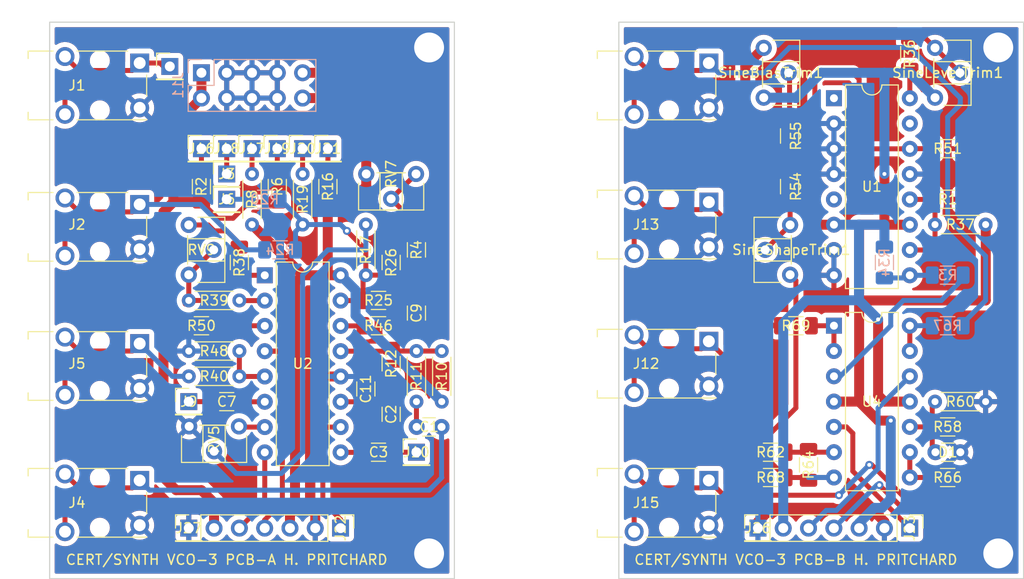
<source format=kicad_pcb>
(kicad_pcb (version 20211014) (generator pcbnew)
  (layers (0 "F.Cu" signal) (31 "B.Cu" signal) (34 "B.Paste" user) (35 "F.Paste" user) (36 "B.SilkS" user "B.Silkscreen") (37 "F.SilkS" user "F.Silkscreen") (38 "B.Mask" user) (39 "F.Mask" user) (44 "Edge.Cuts" user))
  (net 0 "")
  (net 1 "Net-(C1-Pad1)")
  (net 2 "Net-(C1-Pad2)")
  (net 3 "GND")
  (net 4 "Net-(C2-Pad2)")
  (net 5 "Net-(C3-Pad1)")
  (net 6 "Net-(C3-Pad2)")
  (net 7 "Net-(C7-Pad1)")
  (net 8 "Net-(C7-Pad2)")
  (net 9 "Net-(C9-Pad1)")
  (net 10 "Net-(C11-Pad2)")
  (net 11 "Net-(D1-Pad2)")
  (net 12 "Net-(R24-Pad2)")
  (net 13 "Net-(J3-Pad1)")
  (net 14 "Net-(R40-Pad1)")
  (net 15 "Net-(R20-Pad1)")
  (net 16 "-15V")
  (net 17 "+15V")
  (net 18 "Net-(R68-Pad2)")
  (net 19 "Net-(R69-Pad2)")
  (net 20 "Net-(R67-Pad2)")
  (net 21 "Net-(R66-Pad2)")
  (net 22 "Net-(R2-Pad2)")
  (net 23 "Net-(R8-Pad1)")
  (net 24 "Net-(R6-Pad2)")
  (net 25 "Net-(R19-Pad1)")
  (net 26 "Net-(R16-Pad1)")
  (net 27 "Net-(U1-Pad12)")
  (net 28 "Net-(R34-Pad2)")
  (net 29 "Net-(U4-Pad3)")
  (net 30 "Net-(RV7-Pad1)")
  (net 31 "Net-(R26-Pad1)")
  (net 32 "Net-(R10-Pad2)")
  (net 33 "Net-(R17-Pad1)")
  (net 34 "Net-(R17-Pad2)")
  (net 35 "Net-(R36-Pad1)")
  (net 36 "Net-(R36-Pad2)")
  (net 37 "Net-(R38-Pad1)")
  (net 38 "Net-(R38-Pad2)")
  (net 39 "Net-(R39-Pad1)")
  (net 40 "Net-(R39-Pad2)")
  (net 41 "Net-(R40-Pad2)")
  (net 42 "Net-(R46-Pad1)")
  (net 43 "Net-(R51-Pad2)")
  (net 44 "Net-(R54-Pad2)")
  (net 45 "Net-(R55-Pad2)")
  (net 46 "Net-(R58-Pad1)")
  (net 47 "Net-(R62-Pad2)")
  (net 48 "Net-(R64-Pad2)")
  (net 49 "Net-(R66-Pad1)")
  (net 50 "Net-(R67-Pad1)")
  (net 51 "Net-(R69-Pad1)")
  (net 52 "Net-(RV5-Pad1)")
  (net 56 "Net-(U4-Pad12)")
  (net 57 "Net-(U4-Pad5)")
  (net 58 "Net-(J22-Pad1)")
  (net 59 "Net-(J22-Pad4)")
  (net 60 "Net-(J22-Pad5)")
  (net 61 "Net-(J1-PadR)")
  (footprint "Potentiometer_THT:Potentiometer_ACP_CA6-H2,5_Horizontal" (layer "F.Cu") (at 109.91 126.96 180)
    (fp_text reference "SineShapeTrim1")
    (fp_text value "100k Pot")
  )
  (footprint "Resistor_THT:R_Axial_DIN0204_L3.6mm_D1.6mm_P5.08mm_Horizontal" (layer "F.Cu") (at 49.53 137.16)
    (fp_text reference "R40")
    (fp_text value "47k")
  )
  (footprint "Potentiometer_THT:Potentiometer_ACP_CA6-H2,5_Horizontal" (layer "F.Cu") (at 54.57 142.185 -90)
    (fp_text reference "RV5")
    (fp_text value "20k Pot")
  )
  (footprint "Resistor_SMD:R_1206_3216Metric_Pad1.30x1.75mm_HandSolder" (layer "F.Cu") (at 50.8 118.11 90)
    (fp_text reference "R2")
    (fp_text value "10k")
  )
  (footprint "Connector_PinHeader_2.54mm:PinHeader_1x01_P2.54mm_Vertical" (layer "F.Cu") (at 63.5 114.3)
    (fp_text reference "J21")
    (fp_text value "Conn_01x01_Male")
  )
  (footprint "Connector_PinHeader_2.54mm:PinHeader_1x01_P2.54mm_Vertical" (layer "F.Cu") (at 106.68 152.4)
    (fp_text reference "J26")
    (fp_text value "Conn_01x01_Male")
  )
  (footprint "Connector_PinHeader_2.54mm:PinHeader_1x01_P2.54mm_Vertical" (layer "F.Cu") (at 53.34 114.3)
    (fp_text reference "J18")
    (fp_text value "Conn_01x01_Male")
  )
  (footprint "Resistor_SMD:R_1206_3216Metric_Pad1.30x1.75mm_HandSolder" (layer "F.Cu") (at 111.76 146.05 -90)
    (fp_text reference "R64")
    (fp_text value "100k")
  )
  (footprint "Connector_PinHeader_2.54mm:PinHeader_1x01_P2.54mm_Vertical" (layer "F.Cu") (at 60.96 114.3)
    (fp_text reference "J20")
    (fp_text value "Conn_01x01_Male")
  )
  (footprint "Connector_Audio:Jack_3.5mm_Switronic_ST-005-G_horizontal" (layer "F.Cu") (at 95.25 135.89)
    (fp_text reference "J12")
    (fp_text value "TRI OUt")
  )
  (footprint "Connector_PinHeader_2.54mm:PinHeader_1x01_P2.54mm_Vertical" (layer "F.Cu") (at 50.8 114.3)
    (fp_text reference "J16")
    (fp_text value "Conn_01x01_Male")
  )
  (footprint "Package_DIP:DIP-14_W7.62mm" (layer "F.Cu") (at 114.31 132.075)
    (fp_text reference "U4")
    (fp_text value "LM324")
  )
  (footprint "Resistor_SMD:R_1206_3216Metric_Pad1.30x1.75mm_HandSolder" (layer "F.Cu") (at 68.58 132.08)
    (fp_text reference "R46")
    (fp_text value "1.8k")
  )
  (footprint "Connector_PinHeader_2.54mm:PinHeader_1x01_P2.54mm_Vertical" (layer "F.Cu") (at 58.42 114.3)
    (fp_text reference "J19")
    (fp_text value "Conn_01x01_Male")
  )
  (footprint "Capacitor_SMD:C_1206_3216Metric_Pad1.33x1.80mm_HandSolder" (layer "F.Cu") (at 53.34 139.7)
    (fp_text reference "C7")
    (fp_text value "1nf")
  )
  (footprint "Resistor_THT:R_Axial_DIN0204_L3.6mm_D1.6mm_P5.08mm_Horizontal" (layer "F.Cu") (at 124.46 139.7)
    (fp_text reference "R60")
    (fp_text value "47k")
  )
  (footprint "Capacitor_THT:C_Disc_D3.0mm_W1.6mm_P2.50mm" (layer "F.Cu") (at 127 144.78 180)
    (fp_text reference "D1")
    (fp_text value "DIODE")
  )
  (footprint "Resistor_THT:R_Axial_DIN0204_L3.6mm_D1.6mm_P5.08mm_Horizontal" (layer "F.Cu") (at 54.61 134.62 180)
    (fp_text reference "R48")
    (fp_text value "47k")
  )
  (footprint "Resistor_SMD:R_1206_3216Metric_Pad1.30x1.75mm_HandSolder" (layer "F.Cu") (at 125.73 147.32)
    (fp_text reference "R66")
    (fp_text value "1k")
  )
  (footprint "Resistor_SMD:R_1206_3216Metric_Pad1.30x1.75mm_HandSolder" (layer "F.Cu") (at 63.5 118.11 -90)
    (fp_text reference "R16")
    (fp_text value "100k")
  )
  (footprint "Connector_PinHeader_2.54mm:PinHeader_1x06_P2.54mm_Vertical" (layer "F.Cu") (at 121.92 152.4 -90)
    (fp_text reference "J23")
    (fp_text value "Conn_01x06_Male")
  )
  (footprint "Resistor_SMD:R_1206_3216Metric_Pad1.30x1.75mm_HandSolder" (layer "F.Cu") (at 72.39 124.46 -90)
    (fp_text reference "R4")
    (fp_text value "100k")
  )
  (footprint "Resistor_SMD:R_1206_3216Metric_Pad1.30x1.75mm_HandSolder" (layer "F.Cu") (at 109.855 113.03 90)
    (fp_text reference "R55")
    (fp_text value "470k")
  )
  (footprint "Resistor_SMD:R_1206_3216Metric_Pad1.30x1.75mm_HandSolder" (layer "F.Cu") (at 109.855 118.11 -90)
    (fp_text reference "R54")
    (fp_text value "20k")
  )
  (footprint "Capacitor_SMD:C_1206_3216Metric_Pad1.33x1.80mm_HandSolder" (layer "F.Cu") (at 69.85 140.97 90)
    (fp_text reference "C2")
    (fp_text value "10nf")
  )
  (footprint "Connector_Audio:Jack_3.5mm_Switronic_ST-005-G_horizontal" (layer "F.Cu") (at 38.1 149.86)
    (fp_text reference "J4")
    (fp_text value "LinearFmINput")
  )
  (footprint "Resistor_SMD:R_1206_3216Metric_Pad1.30x1.75mm_HandSolder" (layer "F.Cu") (at 125.73 119.38 180)
    (fp_text reference "R1")
    (fp_text value "130k")
  )
  (footprint "Connector_Audio:Jack_3.5mm_Switronic_ST-005-G_horizontal" (layer "F.Cu") (at 38.1 107.95)
    (fp_text reference "J1")
    (fp_text value "Sync INput")
  )
  (footprint "Connector_PinHeader_2.54mm:PinHeader_1x01_P2.54mm_Vertical" (layer "F.Cu") (at 72.39 144.78)
    (fp_text reference "J10")
    (fp_text value "Conn_01x01_Male")
  )
  (footprint "Capacitor_SMD:C_1206_3216Metric_Pad1.33x1.80mm_HandSolder" (layer "F.Cu") (at 72.39 130.81 -90)
    (fp_text reference "C9")
    (fp_text value "10nf")
  )
  (footprint "Capacitor_SMD:C_1206_3216Metric_Pad1.33x1.80mm_HandSolder" (layer "F.Cu") (at 67.31 138.43 -90)
    (fp_text reference "C11")
    (fp_text value "1nf")
  )
  (footprint "Resistor_SMD:R_1206_3216Metric_Pad1.30x1.75mm_HandSolder" (layer "F.Cu") (at 69.85 125.73 -90)
    (fp_text reference "R26")
    (fp_text value "100k")
  )
  (footprint "Connector_PinHeader_2.54mm:PinHeader_1x01_P2.54mm_Vertical" (layer "F.Cu") (at 49.53 139.7)
    (fp_text reference "J9")
    (fp_text value "Conn_01x01_Male")
  )
  (footprint "Resistor_THT:R_Axial_DIN0204_L3.6mm_D1.6mm_P5.08mm_Horizontal" (layer "F.Cu") (at 60.96 116.84 -90)
    (fp_text reference "R19")
    (fp_text value "1M")
  )
  (footprint "Connector_PinHeader_2.54mm:PinHeader_1x01_P2.54mm_Vertical" (layer "F.Cu") (at 47.625 106.045)
    (fp_text reference "J25" hide)
    (fp_text value "Conn_01x01_Male")
  )
  (footprint "Resistor_SMD:R_1206_3216Metric_Pad1.30x1.75mm_HandSolder" (layer "F.Cu") (at 69.85 135.89 -90)
    (fp_text reference "R12")
    (fp_text value "470")
  )
  (footprint "Connector_PinHeader_2.54mm:PinHeader_1x01_P2.54mm_Vertical" (layer "F.Cu") (at 53.34 116.84)
    (fp_text reference "J3")
    (fp_text value "Conn_01x01_Male")
  )
  (footprint "Resistor_SMD:R_1206_3216Metric_Pad1.30x1.75mm_HandSolder" (layer "F.Cu") (at 107.95 144.78)
    (fp_text reference "R62")
    (fp_text value "100k")
  )
  (footprint "Potentiometer_THT:Potentiometer_ACP_CA6-H2,5_Horizontal" (layer "F.Cu") (at 72.35 116.84 -90)
    (fp_text reference "RV7")
    (fp_text value "100k TrimPot")
  )
  (footprint "Package_DIP:DIP-16_W7.62mm" (layer "F.Cu") (at 114.31 109.235)
    (fp_text reference "U1")
    (fp_text value "LM13700")
  )
  (footprint "Connector_PinHeader_2.54mm:PinHeader_1x06_P2.54mm_Vertical" (layer "F.Cu") (at 64.77 152.4 -90)
    (fp_text reference "J22")
    (fp_text value "Conn_01x06_Female")
  )
  (footprint "Resistor_THT:R_Axial_DIN0204_L3.6mm_D1.6mm_P5.08mm_Horizontal" (layer "F.Cu") (at 67.31 127 90)
    (fp_text reference "R17")
    (fp_text value "1M")
  )
  (footprint "Potentiometer_THT:Potentiometer_ACP_CA6-H2,5_Horizontal" (layer "F.Cu") (at 107.26 104.18)
    (fp_text reference "SineBiasTrim1")
    (fp_text value "100k Pot")
  )
  (footprint "Resistor_SMD:R_1206_3216Metric_Pad1.30x1.75mm_HandSolder" (layer "F.Cu") (at 110.49 132.08 180)
    (fp_text reference "R69")
    (fp_text value "1k")
  )
  (footprint "Connector_Audio:Jack_3.5mm_Switronic_ST-005-G_horizontal" (layer "F.Cu") (at 95.25 121.92)
    (fp_text reference "J13")
    (fp_text value "SIN OUT")
  )
  (footprint "Connector_Audio:Jack_3.5mm_Switronic_ST-005-G_horizontal" (layer "F.Cu") (at 95.25 107.95)
    (fp_text reference "J14" hide)
    (fp_text value "SAW OUt")
  )
  (footprint "Resistor_SMD:R_1206_3216Metric_Pad1.30x1.75mm_HandSolder" (layer "F.Cu") (at 107.95 147.32 180)
    (fp_text reference "R68")
    (fp_text value "1k")
  )
  (footprint "Connector_PinHeader_2.54mm:PinHeader_1x01_P2.54mm_Vertical" (layer "F.Cu") (at 49.53 152.4)
    (fp_text reference "J27")
    (fp_text value "Conn_01x01_Male")
  )
  (footprint "Resistor_THT:R_Axial_DIN0204_L3.6mm_D1.6mm_P5.08mm_Horizontal" (layer "F.Cu") (at 55.88 116.84 -90)
    (fp_text reference "R8")
    (fp_text value "47k")
  )
  (footprint "Capacitor_THT:C_Disc_D3.0mm_W1.6mm_P2.50mm" (layer "F.Cu") (at 72.41 142.24)
    (fp_text reference "C1")
    (fp_text value "100nf")
  )
  (footprint "Resistor_SMD:R_1206_3216Metric_Pad1.30x1.75mm_HandSolder" (layer "F.Cu") (at 50.8 132.08 180)
    (fp_text reference "R50")
    (fp_text value "910")
  )
  (footprint "Resistor_THT:R_Axial_DIN0204_L3.6mm_D1.6mm_P5.08mm_Horizontal" (layer "F.Cu") (at 74.93 139.7 90)
    (fp_text reference "R10")
    (fp_text value "1.5M")
  )
  (footprint "Resistor_THT:R_Axial_DIN0204_L3.6mm_D1.6mm_P5.08mm_Horizontal" (layer "F.Cu") (at 129.54 121.92 180)
    (fp_text reference "R37")
    (fp_text value "1M")
  )
  (footprint "Connector_Audio:Jack_3.5mm_Switronic_ST-005-G_horizontal" (layer "F.Cu") (at 38.1 122.150479)
    (fp_text reference "J2")
    (fp_text value "CV1")
  )
  (footprint "Resistor_SMD:R_1206_3216Metric_Pad1.30x1.75mm_HandSolder" (layer "F.Cu") (at 125.73 142.24 180)
    (fp_text reference "R58")
    (fp_text value "2k")
  )
  (footprint "Potentiometer_THT:Potentiometer_ACP_CA6-H2,5_Horizontal" (layer "F.Cu") (at 49.53 121.96)
    (fp_text reference "RV9")
    (fp_text value "10k Pot")
  )
  (footprint "Connector_PinHeader_2.54mm:PinHeader_1x01_P2.54mm_Vertical" (layer "F.Cu") (at 55.88 114.3)
    (fp_text reference "J17")
    (fp_text value "Conn_01x01_Male")
  )
  (footprint "Resistor_SMD:R_1206_3216Metric_Pad1.30x1.75mm_HandSolder" (layer "F.Cu") (at 68.58 129.54 180)
    (fp_text reference "R25")
    (fp_text value "470")
  )
  (footprint "Package_DIP:DIP-16_W7.62mm" (layer "F.Cu") (at 57.16 127.015)
    (fp_text reference "U2")
    (fp_text value "AS3340")
  )
  (footprint "Resistor_THT:R_Axial_DIN0204_L3.6mm_D1.6mm_P5.08mm_Horizontal" (layer "F.Cu") (at 72.39 139.7 90)
    (fp_text reference "R11")
    (fp_text value "1M")
  )
  (footprint "Connector_Audio:Jack_3.5mm_Switronic_ST-005-G_horizontal" (layer "F.Cu") (at 95.25 149.86)
    (fp_text reference "J15")
    (fp_text value "SQR OUT")
  )
  (footprint "Resistor_SMD:R_1206_3216Metric_Pad1.30x1.75mm_HandSolder" (layer "F.Cu") (at 125.73 114.3 180)
    (fp_text reference "R51")
    (fp_text value "1k")
  )
  (footprint "Connector_PinHeader_2.54mm:PinHeader_1x01_P2.54mm_Vertical" (layer "F.Cu") (at 53.34 119.38)
    (fp_text reference "J6")
    (fp_text value "Conn_01x01_Male")
  )
  (footprint "Capacitor_SMD:C_1206_3216Metric_Pad1.33x1.80mm_HandSolder" (layer "F.Cu") (at 68.58 144.78 180)
    (fp_text reference "C3")
    (fp_text value "1nf")
  )
  (footprint "Resistor_SMD:R_1206_3216Metric_Pad1.30x1.75mm_HandSolder" (layer "F.Cu") (at 54.61 125.73 -90)
    (fp_text reference "R38")
    (fp_text value "24k")
  )
  (footprint "Connector_Audio:Jack_3.5mm_Switronic_ST-005-G_horizontal" (layer "F.Cu") (at 38.1 136.120479)
    (fp_text reference "J5")
    (fp_text value "PWM INput")
  )
  (footprint "Potentiometer_THT:Potentiometer_ACP_CA6-H2,5_Horizontal" (layer "F.Cu") (at 124.46 104.18)
    (fp_text reference "SineLevelTrim1")
    (fp_text value "1M Pot")
  )
  (footprint "Resistor_SMD:R_1206_3216Metric_Pad1.30x1.75mm_HandSolder" (layer "F.Cu") (at 58.42 118.11 90)
    (fp_text reference "R6")
    (fp_text value "100k")
  )
  (footprint "Resistor_THT:R_Axial_DIN0204_L3.6mm_D1.6mm_P5.08mm_Horizontal" (layer "F.Cu") (at 49.53 129.54)
    (fp_text reference "R39")
    (fp_text value "5.6k")
  )
  (footprint "Resistor_SMD:R_1206_3216Metric_Pad1.30x1.75mm_HandSolder" (layer "F.Cu") (at 121.92 104.775 -90)
    (fp_text reference "R36")
    (fp_text value "100k")
  )
  (footprint "Resistor_SMD:R_1206_3216Metric_Pad1.30x1.75mm_HandSolder" (layer "B.Cu") (at 125.73 127)
    (fp_text reference "R3")
    (fp_text value "1k")
  )
  (footprint "Resistor_SMD:R_1206_3216Metric_Pad1.30x1.75mm_HandSolder" (layer "B.Cu") (at 125.73 132.08)
    (fp_text reference "R67")
    (fp_text value "1k")
  )
  (footprint "Resistor_SMD:R_1206_3216Metric_Pad1.30x1.75mm_HandSolder" (layer "B.Cu") (at 57.15 119.38)
    (fp_text reference "R20")
    (fp_text value "100k")
  )
  (footprint "Resistor_SMD:R_1206_3216Metric_Pad1.30x1.75mm_HandSolder" (layer "B.Cu") (at 58.7 124.46 180)
    (fp_text reference "R24")
    (fp_text value "100k")
  )
  (footprint "Connector_PinHeader_2.54mm:PinHeader_2x05_P2.54mm_Vertical" (layer "B.Cu") (at 50.8 106.68 -90)
    (fp_text reference "J11")
    (fp_text value "Conn_02x05_Odd_Even")
  )
  (footprint "Resistor_SMD:R_1206_3216Metric_Pad1.30x1.75mm_HandSolder" (layer "B.Cu") (at 119.38 125.73 -90)
    (fp_text reference "R34")
    (fp_text value "4.7k")
  )
  (gr_rect (start 92.71 101.6) (end 133.35 157.48) (layer "Edge.Cuts") (width 0.1) (fill none))
  (gr_rect (start 35.56 101.6) (end 76.2 157.48) (layer "Edge.Cuts") (width 0.1) (fill none))
  (gr_rect (start 35.56 101.6) (end 76.2 157.48) (layer "Edge.Cuts") (width 0.1) (fill none))
  (gr_rect (start 92.71 101.6) (end 133.35 157.48) (layer "Edge.Cuts") (width 0.1) (fill none))
  (gr_text "CERT/SYNTH VCO-3 PCB-B H. PRITCHARD" (at 110.49 155.575) (layer "F.SilkS") (effects (font (size 1 1))))
  (gr_text "CERT/SYNTH VCO-3 PCB-A H. PRITCHARD" (at 53.34 155.575) (layer "F.SilkS") (effects (font (size 1 1))))
  (segment (start 72.39 139.7) (end 72.39 142.22) (width 0.5) (layer "F.Cu") (net 1))
  (segment (start 72.39 142.22) (end 72.41 142.24) (width 0.5) (layer "F.Cu") (net 1))
  (segment (start 43.850479 148.359521) (end 38.499521 148.359521) (width 0.5) (layer "F.Cu") (net 2))
  (segment (start 37.1 149.759042) (end 38.499521 148.359521) (width 0.5) (layer "F.Cu") (net 2))
  (segment (start 44.6 147.61) (end 43.850479 148.359521) (width 0.5) (layer "F.Cu") (net 2))
  (segment (start 37.1 152.76) (end 37.1 149.759042) (width 0.5) (layer "F.Cu") (net 2))
  (segment (start 38.499521 148.359521) (end 37.1 146.96) (width 0.5) (layer "F.Cu") (net 2))
  (segment (start 73.66 148.59) (end 45.58 148.59) (width 0.5) (layer "B.Cu") (net 2))
  (segment (start 45.58 148.59) (end 44.6 147.61) (width 0.5) (layer "B.Cu") (net 2))
  (segment (start 74.91 142.24) (end 74.91 147.3) (width 0.5) (layer "B.Cu") (net 2))
  (segment (start 74.93 147.32) (end 73.66 148.59) (width 0.5) (layer "B.Cu") (net 2))
  (segment (start 74.91 147.3) (end 74.93 147.32) (width 0.5) (layer "B.Cu") (net 2))
  (segment (start 119.38 151.765) (end 119.38 152.4) (width 1) (layer "F.Cu") (net 3))
  (segment (start 107.95 150.495) (end 118.11 150.495) (width 1) (layer "F.Cu") (net 3))
  (segment (start 106.68 151.765) (end 107.95 150.495) (width 1) (layer "F.Cu") (net 3))
  (segment (start 61.722 150.4696) (end 62.23 150.9776) (width 1) (layer "F.Cu") (net 3))
  (segment (start 62.23 137.16) (end 61.722 137.668) (width 1) (layer "F.Cu") (net 3))
  (segment (start 72.0975 132.08) (end 72.39 132.3725) (width 0.5) (layer "F.Cu") (net 3))
  (segment (start 118.11 150.495) (end 119.38 151.765) (width 1) (layer "F.Cu") (net 3))
  (segment (start 67.0025 137.175) (end 67.31 136.8675) (width 0.5) (layer "F.Cu") (net 3))
  (segment (start 64.78 137.175) (end 67.0025 137.175) (width 0.5) (layer "F.Cu") (net 3))
  (segment (start 62.23 150.9776) (end 62.23 152.4) (width 1) (layer "F.Cu") (net 3))
  (segment (start 70.13 132.08) (end 72.0975 132.08) (width 0.5) (layer "F.Cu") (net 3))
  (segment (start 62.245 137.175) (end 62.23 137.16) (width 1) (layer "F.Cu") (net 3))
  (segment (start 106.68 152.4) (end 106.68 151.765) (width 1) (layer "F.Cu") (net 3))
  (segment (start 64.78 137.175) (end 62.245 137.175) (width 1) (layer "F.Cu") (net 3))
  (segment (start 61.722 137.668) (end 61.722 150.4696) (width 1) (layer "F.Cu") (net 3))
  (via (at 130.81 154.94) (size 3) (drill 3) (layers "F.Cu" "B.Cu") (net 3))
  (via (at 73.66 154.94) (size 3) (drill 3) (layers "F.Cu" "B.Cu") (net 3))
  (via (at 73.66 104.14) (size 3) (drill 3) (layers "F.Cu" "B.Cu") (net 3))
  (via (at 130.81 104.14) (size 3) (drill 3) (layers "F.Cu" "B.Cu") (net 3))
  (segment (start 69.85 139.4075) (end 69.85 137.44) (width 0.5) (layer "F.Cu") (net 4))
  (segment (start 70.1425 144.78) (end 72.39 144.78) (width 0.5) (layer "F.Cu") (net 5))
  (segment (start 67.0025 144.795) (end 67.0175 144.78) (width 0.5) (layer "F.Cu") (net 6))
  (segment (start 64.78 144.795) (end 67.0025 144.795) (width 0.5) (layer "F.Cu") (net 6))
  (segment (start 51.7775 139.7) (end 49.53 139.7) (width 0.5) (layer "F.Cu") (net 7))
  (segment (start 57.16 139.715) (end 54.9175 139.715) (width 0.5) (layer "F.Cu") (net 8))
  (segment (start 54.9175 139.715) (end 54.9025 139.7) (width 0.5) (layer "F.Cu") (net 8))
  (segment (start 70.13 129.54) (end 72.0975 129.54) (width 0.5) (layer "F.Cu") (net 9))
  (segment (start 72.0975 129.54) (end 72.39 129.2475) (width 0.5) (layer "F.Cu") (net 9))
  (segment (start 64.78 139.715) (end 67.0325 139.715) (width 0.5) (layer "F.Cu") (net 10))
  (segment (start 67.0325 139.715) (end 67.31 139.9925) (width 0.5) (layer "F.Cu") (net 10))
  (segment (start 124.175 142.235) (end 124.18 142.24) (width 0.5) (layer "F.Cu") (net 11))
  (segment (start 124.18 144.46) (end 124.5 144.78) (width 0.5) (layer "F.Cu") (net 11))
  (segment (start 124.18 139.98) (end 124.46 139.7) (width 0.5) (layer "F.Cu") (net 11))
  (segment (start 121.93 142.235) (end 124.175 142.235) (width 0.5) (layer "F.Cu") (net 11))
  (segment (start 124.18 142.24) (end 124.18 144.46) (width 0.5) (layer "F.Cu") (net 11))
  (segment (start 124.18 142.24) (end 124.18 139.98) (width 0.5) (layer "F.Cu") (net 11))
  (segment (start 37.1 122.049521) (end 38.499521 120.65) (width 0.5) (layer "F.Cu") (net 12))
  (segment (start 37.1 125.050479) (end 37.1 122.049521) (width 0.5) (layer "F.Cu") (net 12))
  (segment (start 44.6 119.900479) (end 43.850479 120.65) (width 0.5) (layer "F.Cu") (net 12))
  (segment (start 43.850479 120.65) (end 38.499521 120.65) (width 0.5) (layer "F.Cu") (net 12))
  (segment (start 38.499521 120.65) (end 37.1 119.250479) (width 0.5) (layer "F.Cu") (net 12))
  (segment (start 44.6 119.900479) (end 50.685479 119.900479) (width 0.5) (layer "B.Cu") (net 12))
  (segment (start 55.245 124.46) (end 57.15 124.46) (width 0.5) (layer "B.Cu") (net 12))
  (segment (start 50.685479 119.900479) (end 55.245 124.46) (width 0.5) (layer "B.Cu") (net 12))
  (segment (start 53.34 116.84) (end 53.34 114.3) (width 0.5) (layer "F.Cu") (net 13))
  (segment (start 37.1 136.019521) (end 38.499521 134.62) (width 0.5) (layer "F.Cu") (net 14))
  (segment (start 43.850479 134.62) (end 38.499521 134.62) (width 0.5) (layer "F.Cu") (net 14))
  (segment (start 44.6 133.870479) (end 43.850479 134.62) (width 0.5) (layer "F.Cu") (net 14))
  (segment (start 38.499521 134.62) (end 37.1 133.220479) (width 0.5) (layer "F.Cu") (net 14))
  (segment (start 37.1 139.020479) (end 37.1 136.019521) (width 0.5) (layer "F.Cu") (net 14))
  (segment (start 49.53 137.16) (end 47.889521 137.16) (width 0.5) (layer "B.Cu") (net 14))
  (segment (start 47.889521 137.16) (end 44.6 133.870479) (width 0.5) (layer "B.Cu") (net 14))
  (segment (start 55.6 119.38) (end 53.34 119.38) (width 0.5) (layer "B.Cu") (net 15))
  (segment (start 46.99 132.08) (end 46.99 147.32) (width 1) (layer "F.Cu") (net 16))
  (segment (start 50.8 109.22) (end 50.8 106.68) (width 1) (layer "F.Cu") (net 16))
  (segment (start 46.99 132.08) (end 46.99 120.65) (width 1) (layer "F.Cu") (net 16))
  (segment (start 105.41 106.03) (end 107.26 104.18) (width 1) (layer "F.Cu") (net 16))
  (segment (start 47.98 119.66) (end 50.8 119.66) (width 1) (layer "F.Cu") (net 16))
  (segment (start 49.25 132.08) (end 46.99 132.08) (width 1) (layer "F.Cu") (net 16))
  (segment (start 114.31 121.935) (end 111.775 121.935) (width 1) (layer "F.Cu") (net 16))
  (segment (start 52.425 121.285) (end 50.8 119.66) (width 0.5) (layer "F.Cu") (net 16))
  (segment (start 111.76 118.11) (end 105.41 118.11) (width 1) (layer "F.Cu") (net 16))
  (segment (start 119.385 139.695) (end 119.38 139.7) (width 1) (layer "F.Cu") (net 16))
  (segment (start 111.775 121.935) (end 111.76 121.92) (width 1) (layer "F.Cu") (net 16))
  (segment (start 46.99 120.65) (end 47.98 119.66) (width 1) (layer "F.Cu") (net 16))
  (segment (start 121.93 139.695) (end 119.385 139.695) (width 1) (layer "F.Cu") (net 16))
  (segment (start 46.99 147.32) (end 48.26 148.59) (width 1) (layer "F.Cu") (net 16))
  (segment (start 119.38 139.7) (end 118.745 139.065) (width 1) (layer "F.Cu") (net 16))
  (segment (start 48.26 148.59) (end 50.8 148.59) (width 1) (layer "F.Cu") (net 16))
  (segment (start 111.76 121.92) (end 111.76 118.11) (width 1) (layer "F.Cu") (net 16))
  (segment (start 118.745 139.065) (end 118.745 131.445) (width 1) (layer "F.Cu") (net 16))
  (segment (start 47.98 112.04) (end 50.8 109.22) (width 1) (layer "F.Cu") (net 16))
  (segment (start 49.19 132.095) (end 49.175 132.08) (width 0.5) (layer "F.Cu") (net 16))
  (segment (start 52.07 149.86) (end 52.07 152.4) (width 1) (layer "F.Cu") (net 16))
  (segment (start 50.8 148.59) (end 52.07 149.86) (width 1) (layer "F.Cu") (net 16))
  (segment (start 53.975 121.285) (end 52.425 121.285) (width 0.5) (layer "F.Cu") (net 16))
  (segment (start 58.42 119.66) (end 55.6 119.66) (width 0.5) (layer "F.Cu") (net 16))
  (segment (start 47.98 119.66) (end 47.98 112.04) (width 1) (layer "F.Cu") (net 16))
  (segment (start 105.41 118.11) (end 105.41 106.03) (width 1) (layer "F.Cu") (net 16))
  (segment (start 55.6 119.66) (end 53.975 121.285) (width 0.5) (layer "F.Cu") (net 16))
  (via (at 118.745 131.445) (size 0.8) (drill 0.4) (layers "F.Cu" "B.Cu") (net 16))
  (segment (start 109.22 152.4) (end 109.22 131.826) (width 1) (layer "B.Cu") (net 16))
  (segment (start 116.825 121.935) (end 116.825 129.525) (width 1) (layer "B.Cu") (net 16))
  (segment (start 119.38 121.92) (end 119.365 121.935) (width 1) (layer "B.Cu") (net 16))
  (segment (start 116.825 121.935) (end 114.31 121.935) (width 1) (layer "B.Cu") (net 16))
  (segment (start 119.38 124.18) (end 119.38 121.95) (width 1) (layer "B.Cu") (net 16))
  (segment (start 109.22 131.826) (end 111.521 129.525) (width 1) (layer "B.Cu") (net 16))
  (segment (start 119.365 121.935) (end 116.825 121.935) (width 1) (layer "B.Cu") (net 16))
  (segment (start 111.521 129.525) (end 116.825 129.525) (width 1) (layer "B.Cu") (net 16))
  (segment (start 119.38 121.95) (end 119.365 121.935) (width 1) (layer "B.Cu") (net 16))
  (segment (start 116.825 129.525) (end 118.745 131.445) (width 1) (layer "B.Cu") (net 16))
  (segment (start 129.54 129.54) (end 129.55452 129.52548) (width 1) (layer "F.Cu") (net 17))
  (segment (start 63.485 127.015) (end 60.975 127.015) (width 1) (layer "F.Cu") (net 17))
  (segment (start 116.84 129.54) (end 116.84 121.92) (width 1) (layer "F.Cu") (net 17))
  (segment (start 63.5 119.66) (end 65.76 119.66) (width 1) (layer "F.Cu") (net 17))
  (segment (start 129.55452 129.52548) (end 129.55452 121.93452) (width 1) (layer "F.Cu") (net 17))
  (segment (start 67.31 106.68) (end 60.96 106.68) (width 1) (layer "F.Cu") (net 17))
  (segment (start 116.835 139.695) (end 118.745 141.605) (width 1) (layer "F.Cu") (net 17))
  (segment (start 129.55452 121.93452) (end 129.54 121.92) (width 1) (layer "F.Cu") (net 17))
  (segment (start 116.84 129.54) (end 129.54 129.54) (width 1) (layer "F.Cu") (net 17))
  (segment (start 116.84 121.92) (end 116.855 121.935) (width 1) (layer "F.Cu") (net 17))
  (segment (start 118.745 141.605) (end 120.015 141.605) (width 1) (layer "F.Cu") (net 17))
  (segment (start 119.365 121.935) (end 119.38 121.92) (width 1) (layer "F.Cu") (net 17))
  (segment (start 60.198 127.762) (end 60.198 150.5204) (width 1) (layer "F.Cu") (net 17))
  (segment (start 60.198 150.5204) (end 59.69 151.0284) (width 1) (layer "F.Cu") (net 17))
  (segment (start 60.96 127) (end 55.88 121.92) (width 1) (layer "F.Cu") (net 17))
  (segment (start 116.855 121.935) (end 119.365 121.935) (width 1) (layer "F.Cu") (net 17))
  (segment (start 67.31 109.22) (end 60.96 109.22) (width 1) (layer "F.Cu") (net 17))
  (segment (start 67.35 116.84) (end 67.35 109.18) (width 1) (layer "F.Cu") (net 17))
  (segment (start 119.365 121.935) (end 121.93 121.935) (width 1) (layer "F.Cu") (net 17))
  (segment (start 64.78 127.015) (end 63.485 127.015) (width 1) (layer "F.Cu") (net 17))
  (segment (start 60.96 127) (end 60.198 127.762) (width 1) (layer "F.Cu") (net 17))
  (segment (start 67.35 109.18) (end 67.31 109.22) (width 1) (layer "F.Cu") (net 17))
  (segment (start 67.35 106.72) (end 67.31 106.68) (width 1) (layer "F.Cu") (net 17))
  (segment (start 119.38 121.92) (end 119.38 116.84) (width 1) (layer "F.Cu") (net 17))
  (segment (start 67.35 118.07) (end 67.35 116.84) (width 1) (layer "F.Cu") (net 17))
  (segment (start 116.835 139.695) (end 114.31 139.695) (width 1) (layer "F.Cu") (net 17))
  (segment (start 65.76 119.66) (end 67.35 118.07) (width 1) (layer "F.Cu") (net 17))
  (segment (start 116.84 139.7) (end 116.835 139.695) (width 1) (layer "F.Cu") (net 17))
  (segment (start 116.84 139.7) (end 116.84 129.54) (width 1) (layer "F.Cu") (net 17))
  (segment (start 60.975 127.015) (end 60.96 127) (width 1) (layer "F.Cu") (net 17))
  (segment (start 67.35 109.18) (end 67.35 106.72) (width 1) (layer "F.Cu") (net 17))
  (segment (start 63.485 119.675) (end 63.5 119.66) (width 1) (layer "F.Cu") (net 17))
  (segment (start 59.69 151.0284) (end 59.69 152.4) (width 1) (layer "F.Cu") (net 17))
  (segment (start 63.485 127.015) (end 63.485 119.675) (width 1) (layer "F.Cu") (net 17))
  (via (at 119.38 116.84) (size 0.8) (drill 0.4) (layers "F.Cu" "B.Cu") (net 17))
  (via (at 120.015 141.605) (size 0.8) (drill 0.4) (layers "F.Cu" "B.Cu") (net 17))
  (segment (start 66.279511 128.514511) (end 66.279511 131.049511) (width 1) (layer "B.Cu") (net 17))
  (segment (start 119.126 150.368) (end 118.364 150.368) (width 1) (layer "B.Cu") (net 17))
  (segment (start 110.45 109.18) (end 107.26 109.18) (width 1) (layer "B.Cu") (net 17))
  (segment (start 124.46 109.18) (end 121.96 106.68) (width 1) (layer "B.Cu") (net 17))
  (segment (start 121.96 106.68) (end 119.38 106.68) (width 1) (layer "B.Cu") (net 17))
  (segment (start 119.38 106.68) (end 113.03 106.68) (width 1) (layer "B.Cu") (net 17))
  (segment (start 119.38 116.84) (end 119.38 106.68) (width 1) (layer "B.Cu") (net 17))
  (segment (start 118.364 150.368) (end 116.84 151.892) (width 1) (layer "B.Cu") (net 17))
  (segment (start 110.49 109.22) (end 110.45 109.18) (width 1) (layer "B.Cu") (net 17))
  (segment (start 64.78 127.015) (end 66.279511 128.514511) (width 1) (layer "B.Cu") (net 17))
  (segment (start 66.279511 131.049511) (end 74.93 139.7) (width 1) (layer "B.Cu") (net 17))
  (segment (start 120.015 149.479) (end 119.126 150.368) (width 1) (layer "B.Cu") (net 17))
  (segment (start 116.84 151.892) (end 116.84 152.4) (width 1) (layer "B.Cu") (net 17))
  (segment (start 120.015 141.605) (end 120.015 149.479) (width 1) (layer "B.Cu") (net 17))
  (segment (start 113.03 106.68) (end 110.49 109.22) (width 1) (layer "B.Cu") (net 17))
  (segment (start 106.045 147.32) (end 104.14 145.415) (width 0.5) (layer "F.Cu") (net 18))
  (segment (start 104.14 145.415) (end 104.14 136.03) (width 0.5) (layer "F.Cu") (net 18))
  (segment (start 94.25 138.79) (end 94.25 135.789042) (width 0.5) (layer "F.Cu") (net 18))
  (segment (start 94.25 135.789042) (end 95.649521 134.389521) (width 0.5) (layer "F.Cu") (net 18))
  (segment (start 95.649521 134.389521) (end 94.25 132.99) (width 0.5) (layer "F.Cu") (net 18))
  (segment (start 104.14 136.03) (end 101.75 133.64) (width 0.5) (layer "F.Cu") (net 18))
  (segment (start 101.000479 134.389521) (end 95.649521 134.389521) (width 0.5) (layer "F.Cu") (net 18))
  (segment (start 106.4 147.32) (end 106.045 147.32) (width 0.5) (layer "F.Cu") (net 18))
  (segment (start 101.75 133.64) (end 101.000479 134.389521) (width 0.5) (layer "F.Cu") (net 18))
  (segment (start 101.75 119.67) (end 101.75 119.784) (width 0.5) (layer "F.Cu") (net 19))
  (segment (start 101.000479 120.419521) (end 96.115479 120.419521) (width 0.5) (layer "F.Cu") (net 19))
  (segment (start 101.75 119.784) (end 105.156 123.19) (width 0.5) (layer "F.Cu") (net 19))
  (segment (start 108.204 132.08) (end 108.94 132.08) (width 0.5) (layer "F.Cu") (net 19))
  (segment (start 105.156 123.19) (end 105.156 129.032) (width 0.5) (layer "F.Cu") (net 19))
  (segment (start 95.649521 120.419521) (end 94.25 119.02) (width 0.5) (layer "F.Cu") (net 19))
  (segment (start 94.25 124.82) (end 94.25 122.285) (width 0.5) (layer "F.Cu") (net 19))
  (segment (start 94.25 122.285) (end 96.115479 120.419521) (width 0.5) (layer "F.Cu") (net 19))
  (segment (start 96.115479 120.419521) (end 95.649521 120.419521) (width 0.5) (layer "F.Cu") (net 19))
  (segment (start 101.75 119.67) (end 101.000479 120.419521) (width 0.5) (layer "F.Cu") (net 19))
  (segment (start 105.156 129.032) (end 108.204 132.08) (width 0.5) (layer "F.Cu") (net 19))
  (segment (start 94.25 110.85) (end 94.25 107.849042) (width 0.5) (layer "F.Cu") (net 20))
  (segment (start 95.649521 106.449521) (end 94.25 105.05) (width 0.5) (layer "F.Cu") (net 20))
  (segment (start 94.25 107.849042) (end 95.649521 106.449521) (width 0.5) (layer "F.Cu") (net 20))
  (segment (start 101.000479 106.449521) (end 95.649521 106.449521) (width 0.5) (layer "F.Cu") (net 20))
  (segment (start 101.75 105.7) (end 101.000479 106.449521) (width 0.5) (layer "F.Cu") (net 20))
  (segment (start 127 109.22) (end 121.92 104.14) (width 0.5) (layer "B.Cu") (net 20))
  (segment (start 125.73 111.125) (end 127 109.855) (width 0.5) (layer "B.Cu") (net 20))
  (segment (start 127 109.855) (end 127 109.22) (width 0.5) (layer "B.Cu") (net 20))
  (segment (start 125.73 121.285) (end 125.73 111.125) (width 0.5) (layer "B.Cu") (net 20))
  (segment (start 129.54 129.54) (end 129.54 125.095) (width 0.5) (layer "B.Cu") (net 20))
  (segment (start 127.28 131.8) (end 129.54 129.54) (width 0.5) (layer "B.Cu") (net 20))
  (segment (start 129.54 125.095) (end 125.73 121.285) (width 0.5) (layer "B.Cu") (net 20))
  (segment (start 102.73 106.68) (end 101.75 105.7) (width 0.5) (layer "B.Cu") (net 20))
  (segment (start 109.855 104.14) (end 107.315 106.68) (width 0.5) (layer "B.Cu") (net 20))
  (segment (start 127.28 132.08) (end 127.28 131.8) (width 0.5) (layer "B.Cu") (net 20))
  (segment (start 107.315 106.68) (end 102.73 106.68) (width 0.5) (layer "B.Cu") (net 20))
  (segment (start 121.92 104.14) (end 109.855 104.14) (width 0.5) (layer "B.Cu") (net 20))
  (segment (start 127.28 148.31) (end 126.365 149.225) (width 0.5) (layer "F.Cu") (net 21))
  (segment (start 94.25 152.76) (end 94.25 149.759042) (width 0.5) (layer "F.Cu") (net 21))
  (segment (start 121.285 149.225) (end 118.11 146.05) (width 0.5) (layer "F.Cu") (net 21))
  (segment (start 101.75 147.61) (end 101.000479 148.359521) (width 0.5) (layer "F.Cu") (net 21))
  (segment (start 103.238 149.098) (end 101.75 147.61) (width 0.5) (layer "F.Cu") (net 21))
  (segment (start 114.808 149.098) (end 103.238 149.098) (width 0.5) (layer "F.Cu") (net 21))
  (segment (start 95.649521 148.359521) (end 94.25 146.96) (width 0.5) (layer "F.Cu") (net 21))
  (segment (start 101.000479 148.359521) (end 95.649521 148.359521) (width 0.5) (layer "F.Cu") (net 21))
  (segment (start 94.25 149.759042) (end 95.649521 148.359521) (width 0.5) (layer "F.Cu") (net 21))
  (segment (start 118.11 146.05) (end 117.856 146.05) (width 0.5) (layer "F.Cu") (net 21))
  (segment (start 126.365 149.225) (end 121.285 149.225) (width 0.5) (layer "F.Cu") (net 21))
  (segment (start 127.28 147.32) (end 127.28 148.31) (width 0.5) (layer "F.Cu") (net 21))
  (via (at 114.808 149.098) (size 0.8) (drill 0.4) (layers "F.Cu" "B.Cu") (net 21))
  (via (at 117.856 146.05) (size 0.8) (drill 0.4) (layers "F.Cu" "B.Cu") (net 21))
  (segment (start 114.808 149.098) (end 117.856 146.05) (width 0.5) (layer "B.Cu") (net 21))
  (segment (start 101.75 147.61) (end 102.144 147.61) (width 0.5) (layer "B.Cu") (net 21))
  (segment (start 50.8 116.56) (end 50.8 114.3) (width 0.5) (layer "F.Cu") (net 22))
  (segment (start 55.88 114.3) (end 55.88 116.84) (width 0.5) (layer "F.Cu") (net 23))
  (segment (start 58.42 114.3) (end 58.42 116.56) (width 0.5) (layer "F.Cu") (net 24))
  (segment (start 60.96 114.3) (end 60.96 116.84) (width 0.5) (layer "F.Cu") (net 25))
  (segment (start 63.5 114.3) (end 63.5 116.56) (width 0.5) (layer "F.Cu") (net 26))
  (segment (start 124.445 124.475) (end 124.46 124.46) (width 0.5) (layer "F.Cu") (net 27))
  (segment (start 124.46 119.66) (end 124.18 119.38) (width 0.5) (layer "F.Cu") (net 27))
  (segment (start 124.46 124.46) (end 124.46 119.66) (width 0.5) (layer "F.Cu") (net 27))
  (segment (start 121.93 119.395) (end 124.165 119.395) (width 0.5) (layer "F.Cu") (net 27))
  (segment (start 121.93 124.475) (end 124.445 124.475) (width 0.5) (layer "F.Cu") (net 27))
  (segment (start 124.165 119.395) (end 124.18 119.38) (width 0.5) (layer "F.Cu") (net 27))
  (segment (start 121.93 127.015) (end 124.165 127.015) (width 0.5) (layer "B.Cu") (net 28))
  (segment (start 121.665 127.28) (end 121.93 127.015) (width 0.5) (layer "B.Cu") (net 28))
  (segment (start 124.165 127.015) (end 124.18 127) (width 0.5) (layer "B.Cu") (net 28))
  (segment (start 119.38 127.28) (end 121.665 127.28) (width 0.5) (layer "B.Cu") (net 28))
  (segment (start 127.28 127.355) (end 125.095 129.54) (width 0.5) (layer "B.Cu") (net 29))
  (segment (start 125.095 129.54) (end 121.285 129.54) (width 0.5) (layer "B.Cu") (net 29))
  (segment (start 127.28 127) (end 127.28 127.355) (width 0.5) (layer "B.Cu") (net 29))
  (segment (start 114.94 137.155) (end 114.31 137.155) (width 0.5) (layer "B.Cu") (net 29))
  (segment (start 120.015 132.08) (end 114.94 137.155) (width 0.5) (layer "B.Cu") (net 29))
  (segment (start 121.285 129.54) (end 120.015 130.81) (width 0.5) (layer "B.Cu") (net 29))
  (segment (start 120.015 130.81) (end 120.015 132.08) (width 0.5) (layer "B.Cu") (net 29))
  (segment (start 69.85 119.34) (end 72.35 116.84) (width 0.5) (layer "F.Cu") (net 30))
  (segment (start 72.39 121.88) (end 69.85 119.34) (width 0.5) (layer "F.Cu") (net 30))
  (segment (start 72.39 122.91) (end 72.39 121.88) (width 0.5) (layer "F.Cu") (net 30))
  (segment (start 70.56 124.18) (end 72.39 126.01) (width 0.5) (layer "F.Cu") (net 31))
  (segment (start 69.85 124.18) (end 70.56 124.18) (width 0.5) (layer "F.Cu") (net 31))
  (segment (start 70.13 134.62) (end 74.93 134.62) (width 0.5) (layer "F.Cu") (net 32))
  (segment (start 69.85 134.34) (end 70.13 134.62) (width 0.5) (layer "F.Cu") (net 32))
  (segment (start 64.78 134.635) (end 69.555 134.635) (width 0.5) (layer "F.Cu") (net 32))
  (segment (start 69.555 134.635) (end 69.85 134.34) (width 0.5) (layer "F.Cu") (net 32))
  (segment (start 67.31 127.28) (end 67.59 127) (width 0.5) (layer "F.Cu") (net 33))
  (segment (start 67.015 129.555) (end 67.03 129.54) (width 0.5) (layer "F.Cu") (net 33))
  (segment (start 67.03 129.54) (end 67.03 127.56) (width 0.5) (layer "F.Cu") (net 33))
  (segment (start 67.03 127.56) (end 67.31 127.28) (width 0.5) (layer "F.Cu") (net 33))
  (segment (start 64.78 129.555) (end 67.015 129.555) (width 0.5) (layer "F.Cu") (net 33))
  (segment (start 67.31 124.46) (end 67.31 127) (width 0.5) (layer "F.Cu") (net 33))
  (segment (start 65.405 122.555) (end 67.31 124.46) (width 0.5) (layer "F.Cu") (net 33))
  (segment (start 67.59 127) (end 69.85 127) (width 0.5) (layer "F.Cu") (net 33))
  (via (at 65.405 122.555) (size 0.8) (drill 0.4) (layers "F.Cu" "B.Cu") (net 33))
  (segment (start 60.25 124.46) (end 60.25 122.63) (width 0.5) (layer "B.Cu") (net 33))
  (segment (start 60.96 121.92) (end 64.77 121.92) (width 0.5) (layer "B.Cu") (net 33))
  (segment (start 60.96 121.92) (end 60.96 121.64) (width 0.5) (layer "B.Cu") (net 33))
  (segment (start 60.25 122.63) (end 60.96 121.92) (width 0.5) (layer "B.Cu") (net 33))
  (segment (start 60.96 121.64) (end 58.7 119.38) (width 0.5) (layer "B.Cu") (net 33))
  (segment (start 64.77 121.92) (end 65.405 122.555) (width 0.5) (layer "B.Cu") (net 33))
  (segment (start 63.5 124.46) (end 60.96 127) (width 0.5) (layer "B.Cu") (net 34))
  (segment (start 67.31 121.92) (end 67.31 124.46) (width 0.5) (layer "B.Cu") (net 34))
  (segment (start 58.82952 146.91048) (end 54.29548 146.91048) (width 0.5) (layer "B.Cu") (net 34))
  (segment (start 60.96 144.78) (end 58.82952 146.91048) (width 0.5) (layer "B.Cu") (net 34))
  (segment (start 67.31 124.46) (end 63.5 124.46) (width 0.5) (layer "B.Cu") (net 34))
  (segment (start 54.29548 146.91048) (end 52.07 144.685) (width 0.5) (layer "B.Cu") (net 34))
  (segment (start 60.96 127) (end 60.96 144.78) (width 0.5) (layer "B.Cu") (net 34))
  (segment (start 121.92 103.225) (end 123.505 103.225) (width 0.5) (layer "F.Cu") (net 35))
  (segment (start 124.46 104.18) (end 126.96 106.68) (width 0.5) (layer "F.Cu") (net 35))
  (segment (start 123.505 103.225) (end 124.46 104.18) (width 0.5) (layer "F.Cu") (net 35))
  (segment (start 121.93 109.235) (end 121.93 106.335) (width 0.5) (layer "F.Cu") (net 36))
  (segment (start 121.93 106.335) (end 121.92 106.325) (width 0.5) (layer "F.Cu") (net 36))
  (segment (start 51.475 121.96) (end 49.53 121.96) (width 0.5) (layer "F.Cu") (net 37))
  (segment (start 54.61 124.18) (end 54.61 123.825) (width 0.5) (layer "F.Cu") (net 37))
  (segment (start 52.07 122.555) (end 51.475 121.96) (width 0.5) (layer "F.Cu") (net 37))
  (segment (start 54.61 123.825) (end 53.34 122.555) (width 0.5) (layer "F.Cu") (net 37))
  (segment (start 53.34 122.555) (end 52.07 122.555) (width 0.5) (layer "F.Cu") (net 37))
  (segment (start 57.16 127.015) (end 54.905 127.015) (width 0.5) (layer "F.Cu") (net 38))
  (segment (start 54.905 127.015) (end 54.89 127) (width 0.5) (layer "F.Cu") (net 38))
  (segment (start 49.53 126.945) (end 49.57 126.905) (width 0.5) (layer "F.Cu") (net 39))
  (segment (start 49.53 129.54) (end 49.53 126.96) (width 0.5) (layer "F.Cu") (net 39))
  (segment (start 49.53 129.54) (end 52.07 129.54) (width 0.5) (layer "F.Cu") (net 39))
  (segment (start 52.35 132.08) (end 57.145 132.08) (width 0.5) (layer "F.Cu") (net 39))
  (segment (start 57.145 132.08) (end 57.16 132.095) (width 0.5) (layer "F.Cu") (net 39))
  (segment (start 49.175 129.895) (end 49.53 129.54) (width 0.5) (layer "F.Cu") (net 39))
  (segment (start 52.07 129.54) (end 52.35 129.82) (width 0.5) (layer "F.Cu") (net 39))
  (segment (start 52.35 129.82) (end 52.35 132.08) (width 0.5) (layer "F.Cu") (net 39))
  (segment (start 49.53 126.96) (end 52.03 124.46) (width 0.5) (layer "F.Cu") (net 39))
  (segment (start 57.16 129.555) (end 54.625 129.555) (width 0.5) (layer "F.Cu") (net 40))
  (segment (start 54.625 129.555) (end 54.61 129.54) (width 0.5) (layer "F.Cu") (net 40))
  (segment (start 54.61 134.62) (end 54.61 137.16) (width 0.5) (layer "F.Cu") (net 41))
  (segment (start 54.625 137.175) (end 54.61 137.16) (width 0.5) (layer "F.Cu") (net 41))
  (segment (start 57.16 137.175) (end 54.625 137.175) (width 0.5) (layer "F.Cu") (net 41))
  (segment (start 67.015 132.095) (end 67.03 132.08) (width 0.5) (layer "F.Cu") (net 42))
  (segment (start 64.78 132.095) (end 67.015 132.095) (width 0.5) (layer "F.Cu") (net 42))
  (segment (start 116.855 114.315) (end 116.84 114.3) (width 0.5) (layer "F.Cu") (net 43))
  (segment (start 113.03 106.68) (end 116.205 106.68) (width 0.5) (layer "F.Cu") (net 43))
  (segment (start 112.395 107.315) (end 113.03 106.68) (width 0.5) (layer "F.Cu") (net 43))
  (segment (start 124.18 114.3) (end 121.945 114.3) (width 0.5) (layer "F.Cu") (net 43))
  (segment (start 112.395 113.665) (end 112.395 107.315) (width 0.5) (layer "F.Cu") (net 43))
  (segment (start 109.855 114.58) (end 111.48 114.58) (width 0.5) (layer "F.Cu") (net 43))
  (segment (start 116.84 114.3) (end 116.84 107.315) (width 0.5) (layer "F.Cu") (net 43))
  (segment (start 121.93 114.315) (end 116.855 114.315) (width 0.5) (layer "F.Cu") (net 43))
  (segment (start 109.855 116.56) (end 109.855 114.58) (width 0.5) (layer "F.Cu") (net 43))
  (segment (start 121.945 114.3) (end 121.93 114.315) (width 0.5) (layer "F.Cu") (net 43))
  (segment (start 111.48 114.58) (end 112.395 113.665) (width 0.5) (layer "F.Cu") (net 43))
  (segment (start 116.205 106.68) (end 116.84 107.315) (width 0.5) (layer "F.Cu") (net 43))
  (segment (start 109.91 121.96) (end 109.91 119.715) (width 0.5) (layer "F.Cu") (net 44))
  (segment (start 109.91 119.715) (end 109.855 119.66) (width 0.5) (layer "F.Cu") (net 44))
  (segment (start 107.41 124.46) (end 109.91 121.96) (width 0.5) (layer "F.Cu") (net 44))
  (segment (start 109.855 111.48) (end 109.855 106.775) (width 0.5) (layer "F.Cu") (net 45))
  (segment (start 109.855 106.775) (end 109.76 106.68) (width 0.5) (layer "F.Cu") (net 45))
  (segment (start 129.54 142.24) (end 127.28 142.24) (width 0.5) (layer "F.Cu") (net 46))
  (segment (start 126.365 150.495) (end 129.54 147.32) (width 0.5) (layer "F.Cu") (net 46))
  (segment (start 121.285 150.495) (end 126.365 150.495) (width 0.5) (layer "F.Cu") (net 46))
  (segment (start 118.872 148.082) (end 121.285 150.495) (width 0.5) (layer "F.Cu") (net 46))
  (segment (start 129.54 147.32) (end 129.54 142.24) (width 0.5) (layer "F.Cu") (net 46))
  (via (at 118.872 148.082) (size 0.8) (drill 0.4) (layers "F.Cu" "B.Cu") (net 46))
  (segment (start 118.618 148.082) (end 118.872 148.082) (width 0.5) (layer "B.Cu") (net 46))
  (segment (start 114.3 152.4) (end 118.618 148.082) (width 0.5) (layer "B.Cu") (net 46))
  (segment (start 114.31 144.775) (end 112.035 144.775) (width 0.5) (layer "F.Cu") (net 47))
  (segment (start 111.48 144.78) (end 111.76 144.5) (width 0.5) (layer "F.Cu") (net 47))
  (segment (start 109.5 144.78) (end 111.48 144.78) (width 0.5) (layer "F.Cu") (net 47))
  (segment (start 112.035 144.775) (end 111.76 144.5) (width 0.5) (layer "F.Cu") (net 47))
  (segment (start 110.49 127.54) (end 110.49 140.335) (width 0.5) (layer "F.Cu") (net 48))
  (segment (start 114.31 147.315) (end 112.045 147.315) (width 0.5) (layer "F.Cu") (net 48))
  (segment (start 110.49 140.335) (end 107.95 142.875) (width 0.5) (layer "F.Cu") (net 48))
  (segment (start 107.95 145.77) (end 109.5 147.32) (width 0.5) (layer "F.Cu") (net 48))
  (segment (start 109.5 147.32) (end 111.48 147.32) (width 0.5) (layer "F.Cu") (net 48))
  (segment (start 109.91 126.96) (end 110.49 127.54) (width 0.5) (layer "F.Cu") (net 48))
  (segment (start 111.48 147.32) (end 111.76 147.6) (width 0.5) (layer "F.Cu") (net 48))
  (segment (start 107.95 142.875) (end 107.95 145.77) (width 0.5) (layer "F.Cu") (net 48))
  (segment (start 112.045 147.315) (end 111.76 147.6) (width 0.5) (layer "F.Cu") (net 48))
  (segment (start 111.765 147.315) (end 111.76 147.32) (width 0.5) (layer "B.Cu") (net 48))
  (segment (start 114.31 147.315) (end 111.765 147.315) (width 0.5) (layer "B.Cu") (net 48))
  (segment (start 121.93 147.315) (end 121.93 144.775) (width 0.5) (layer "F.Cu") (net 49))
  (segment (start 124.175 147.315) (end 124.18 147.32) (width 0.5) (layer "F.Cu") (net 49))
  (segment (start 121.93 147.315) (end 124.175 147.315) (width 0.5) (layer "F.Cu") (net 49))
  (segment (start 121.93 134.615) (end 121.93 132.075) (width 0.5) (layer "F.Cu") (net 50))
  (segment (start 124.175 132.075) (end 124.18 132.08) (width 0.5) (layer "B.Cu") (net 50))
  (segment (start 121.93 132.075) (end 124.175 132.075) (width 0.5) (layer "B.Cu") (net 50))
  (segment (start 114.31 134.615) (end 114.31 132.075) (width 0.5) (layer "F.Cu") (net 51))
  (segment (start 112.04 132.08) (end 114.305 132.08) (width 0.5) (layer "F.Cu") (net 51))
  (segment (start 114.305 132.08) (end 114.31 132.075) (width 0.5) (layer "F.Cu") (net 51))
  (segment (start 54.64 142.255) (end 54.57 142.185) (width 0.5) (layer "F.Cu") (net 52))
  (segment (start 57.16 142.255) (end 54.64 142.255) (width 0.5) (layer "F.Cu") (net 52))
  (segment (start 118.745 140.34) (end 121.93 137.155) (width 0.5) (layer "B.Cu") (net 56))
  (segment (start 111.76 152.4) (end 113.538 150.622) (width 0.5) (layer "B.Cu") (net 56))
  (segment (start 118.745 146.431) (end 118.745 140.34) (width 0.5) (layer "B.Cu") (net 56))
  (segment (start 113.538 150.622) (end 114.554 150.622) (width 0.5) (layer "B.Cu") (net 56))
  (segment (start 114.554 150.622) (end 118.745 146.431) (width 0.5) (layer "B.Cu") (net 56))
  (segment (start 116.205 146.685) (end 116.205 142.875) (width 0.5) (layer "F.Cu") (net 57))
  (segment (start 115.565 142.235) (end 114.31 142.235) (width 0.5) (layer "F.Cu") (net 57))
  (segment (start 116.205 142.875) (end 115.565 142.235) (width 0.5) (layer "F.Cu") (net 57))
  (segment (start 121.92 152.4) (end 116.205 146.685) (width 0.5) (layer "F.Cu") (net 57))
  (segment (start 62.992 149.7584) (end 64.77 151.5364) (width 0.5) (layer "F.Cu") (net 58))
  (segment (start 63.5 142.24) (end 62.992 142.748) (width 0.5) (layer "F.Cu") (net 58))
  (segment (start 62.992 142.748) (end 62.992 149.7584) (width 0.5) (layer "F.Cu") (net 58))
  (segment (start 64.78 142.255) (end 63.515 142.255) (width 0.5) (layer "F.Cu") (net 58))
  (segment (start 64.77 151.5364) (end 64.77 152.4) (width 0.5) (layer "F.Cu") (net 58))
  (segment (start 63.515 142.255) (end 63.5 142.24) (width 0.5) (layer "F.Cu") (net 58))
  (segment (start 58.928 149.8092) (end 57.15 151.5872) (width 0.5) (layer "F.Cu") (net 59))
  (segment (start 57.16 134.635) (end 58.435 134.635) (width 0.5) (layer "F.Cu") (net 59))
  (segment (start 58.435 134.635) (end 58.928 135.128) (width 0.5) (layer "F.Cu") (net 59))
  (segment (start 58.928 135.128) (end 58.928 149.8092) (width 0.5) (layer "F.Cu") (net 59))
  (segment (start 58.405 134.635) (end 58.42 134.62) (width 0.5) (layer "F.Cu") (net 59))
  (segment (start 57.16 134.635) (end 58.405 134.635) (width 0.5) (layer "F.Cu") (net 59))
  (segment (start 57.15 151.5872) (end 57.15 152.4) (width 0.5) (layer "F.Cu") (net 59))
  (segment (start 57.15 148.59) (end 57.15 149.86) (width 0.5) (layer "F.Cu") (net 60))
  (segment (start 57.16 144.795) (end 57.16 148.58) (width 0.5) (layer "F.Cu") (net 60))
  (segment (start 57.16 148.58) (end 57.15 148.59) (width 0.5) (layer "F.Cu") (net 60))
  (segment (start 57.15 149.86) (end 54.61 152.4) (width 0.5) (layer "F.Cu") (net 60))
  (segment (start 38.499521 106.449521) (end 37.1 105.05) (width 0.5) (layer "F.Cu") (net 61))
  (segment (start 44.6 105.7) (end 46.645 105.7) (width 0.5) (layer "F.Cu") (net 61))
  (segment (start 46.645 105.7) (end 47.28 105.7) (width 0.5) (layer "F.Cu") (net 61))
  (segment (start 37.1 110.85) (end 37.1 108.315) (width 0.5) (layer "F.Cu") (net 61))
  (segment (start 37.1 108.315) (end 38.965479 106.449521) (width 0.5) (layer "F.Cu") (net 61))
  (segment (start 47.28 105.7) (end 47.625 106.045) (width 0.5) (layer "F.Cu") (net 61))
  (segment (start 46.645 105.7) (end 46.99 106.045) (width 0.5) (layer "F.Cu") (net 61))
  (segment (start 43.850479 106.449521) (end 38.965479 106.449521) (width 0.5) (layer "F.Cu") (net 61))
  (segment (start 38.965479 106.449521) (end 38.499521 106.449521) (width 0.5) (layer "F.Cu") (net 61))
  (segment (start 44.6 105.7) (end 43.850479 106.449521) (width 0.5) (layer "F.Cu") (net 61))
  (zone (net 3) (net_name "GND") (layers F&B.Cu) (connect_pads (clearance 0.508)) (min_thickness 0.254) (fill yes (thermal_gap 0.508) (thermal_bridge_width 0.508))
    (polygon (pts (xy 76.2 157.48) (xy 35.56 157.48) (xy 35.56 101.6) (xy 76.2 101.6)))
  )
  (zone (net 3) (net_name "GND") (layers F&B.Cu) (connect_pads (clearance 0.508)) (min_thickness 0.254) (fill yes (thermal_gap 0.508) (thermal_bridge_width 0.508))
    (polygon (pts (xy 133.35 157.48) (xy 92.71 157.48) (xy 92.71 101.6) (xy 133.35 101.6)))
  )
)
</source>
